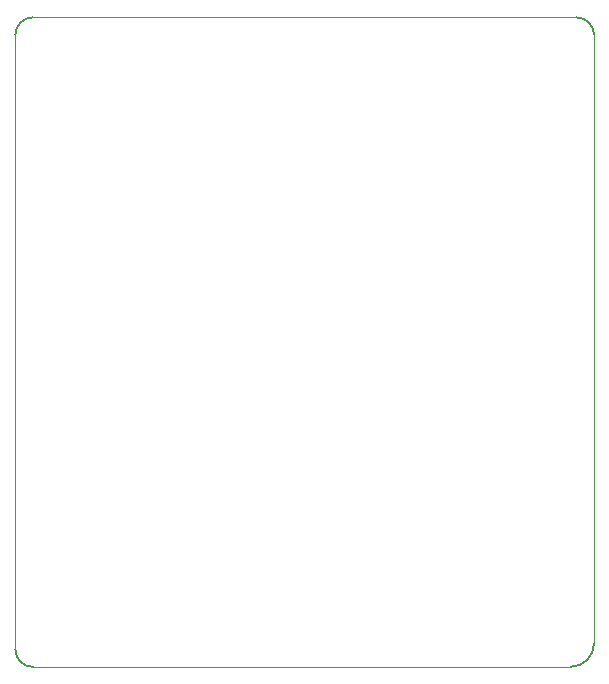
<source format=gm1>
%TF.GenerationSoftware,KiCad,Pcbnew,5.1.5+dfsg1-2build2*%
%TF.CreationDate,2021-01-07T13:42:11+01:00*%
%TF.ProjectId,BasicAtmega328,42617369-6341-4746-9d65-67613332382e,rev?*%
%TF.SameCoordinates,Original*%
%TF.FileFunction,Profile,NP*%
%FSLAX46Y46*%
G04 Gerber Fmt 4.6, Leading zero omitted, Abs format (unit mm)*
G04 Created by KiCad (PCBNEW 5.1.5+dfsg1-2build2) date 2021-01-07 13:42:11*
%MOMM*%
%LPD*%
G04 APERTURE LIST*
%ADD10C,0.127000*%
%ADD11C,0.100000*%
G04 APERTURE END LIST*
D10*
X86000000Y-110006900D02*
G75*
G02X84493100Y-108500000I0J1506900D01*
G01*
X133500000Y-108000000D02*
G75*
G02X131500000Y-110000000I-2000000J0D01*
G01*
X84500000Y-56500000D02*
G75*
G02X86000000Y-55000000I1500000J0D01*
G01*
X132000000Y-55000000D02*
G75*
G02X133500000Y-56500000I0J-1500000D01*
G01*
D11*
X133500000Y-56500000D02*
X133500000Y-108000000D01*
X86000000Y-55000000D02*
X132000000Y-55000000D01*
X84493100Y-108500000D02*
X84500000Y-56500000D01*
X131500000Y-110000000D02*
X86000000Y-110006900D01*
M02*

</source>
